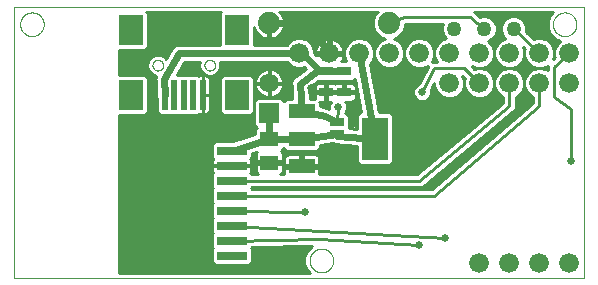
<source format=gbl>
G75*
%MOIN*%
%OFA0B0*%
%FSLAX25Y25*%
%IPPOS*%
%LPD*%
%AMOC8*
5,1,8,0,0,1.08239X$1,22.5*
%
%ADD10C,0.00000*%
%ADD11C,0.06600*%
%ADD12C,0.05000*%
%ADD13C,0.07400*%
%ADD14R,0.01969X0.09843*%
%ADD15R,0.07874X0.09843*%
%ADD16R,0.10000X0.03000*%
%ADD17R,0.08800X0.04800*%
%ADD18R,0.08661X0.14173*%
%ADD19R,0.05000X0.02500*%
%ADD20R,0.06500X0.06500*%
%ADD21C,0.06500*%
%ADD22R,0.05906X0.05118*%
%ADD23R,0.04724X0.03150*%
%ADD24C,0.02400*%
%ADD25C,0.01000*%
%ADD26C,0.02500*%
D10*
X0001250Y0006360D02*
X0001250Y0096911D01*
X0191250Y0096911D01*
X0191250Y0006360D01*
X0001250Y0006360D01*
X0099675Y0012266D02*
X0099677Y0012391D01*
X0099683Y0012516D01*
X0099693Y0012640D01*
X0099707Y0012764D01*
X0099724Y0012888D01*
X0099746Y0013011D01*
X0099772Y0013133D01*
X0099801Y0013255D01*
X0099834Y0013375D01*
X0099872Y0013494D01*
X0099912Y0013613D01*
X0099957Y0013729D01*
X0100005Y0013844D01*
X0100057Y0013958D01*
X0100113Y0014070D01*
X0100172Y0014180D01*
X0100234Y0014288D01*
X0100300Y0014395D01*
X0100369Y0014499D01*
X0100442Y0014600D01*
X0100517Y0014700D01*
X0100596Y0014797D01*
X0100678Y0014891D01*
X0100763Y0014983D01*
X0100850Y0015072D01*
X0100941Y0015158D01*
X0101034Y0015241D01*
X0101130Y0015322D01*
X0101228Y0015399D01*
X0101328Y0015473D01*
X0101431Y0015544D01*
X0101536Y0015611D01*
X0101644Y0015676D01*
X0101753Y0015736D01*
X0101864Y0015794D01*
X0101977Y0015847D01*
X0102091Y0015897D01*
X0102207Y0015944D01*
X0102324Y0015986D01*
X0102443Y0016025D01*
X0102563Y0016061D01*
X0102684Y0016092D01*
X0102806Y0016120D01*
X0102928Y0016143D01*
X0103052Y0016163D01*
X0103176Y0016179D01*
X0103300Y0016191D01*
X0103425Y0016199D01*
X0103550Y0016203D01*
X0103674Y0016203D01*
X0103799Y0016199D01*
X0103924Y0016191D01*
X0104048Y0016179D01*
X0104172Y0016163D01*
X0104296Y0016143D01*
X0104418Y0016120D01*
X0104540Y0016092D01*
X0104661Y0016061D01*
X0104781Y0016025D01*
X0104900Y0015986D01*
X0105017Y0015944D01*
X0105133Y0015897D01*
X0105247Y0015847D01*
X0105360Y0015794D01*
X0105471Y0015736D01*
X0105581Y0015676D01*
X0105688Y0015611D01*
X0105793Y0015544D01*
X0105896Y0015473D01*
X0105996Y0015399D01*
X0106094Y0015322D01*
X0106190Y0015241D01*
X0106283Y0015158D01*
X0106374Y0015072D01*
X0106461Y0014983D01*
X0106546Y0014891D01*
X0106628Y0014797D01*
X0106707Y0014700D01*
X0106782Y0014600D01*
X0106855Y0014499D01*
X0106924Y0014395D01*
X0106990Y0014288D01*
X0107052Y0014180D01*
X0107111Y0014070D01*
X0107167Y0013958D01*
X0107219Y0013844D01*
X0107267Y0013729D01*
X0107312Y0013613D01*
X0107352Y0013494D01*
X0107390Y0013375D01*
X0107423Y0013255D01*
X0107452Y0013133D01*
X0107478Y0013011D01*
X0107500Y0012888D01*
X0107517Y0012764D01*
X0107531Y0012640D01*
X0107541Y0012516D01*
X0107547Y0012391D01*
X0107549Y0012266D01*
X0107547Y0012141D01*
X0107541Y0012016D01*
X0107531Y0011892D01*
X0107517Y0011768D01*
X0107500Y0011644D01*
X0107478Y0011521D01*
X0107452Y0011399D01*
X0107423Y0011277D01*
X0107390Y0011157D01*
X0107352Y0011038D01*
X0107312Y0010919D01*
X0107267Y0010803D01*
X0107219Y0010688D01*
X0107167Y0010574D01*
X0107111Y0010462D01*
X0107052Y0010352D01*
X0106990Y0010244D01*
X0106924Y0010137D01*
X0106855Y0010033D01*
X0106782Y0009932D01*
X0106707Y0009832D01*
X0106628Y0009735D01*
X0106546Y0009641D01*
X0106461Y0009549D01*
X0106374Y0009460D01*
X0106283Y0009374D01*
X0106190Y0009291D01*
X0106094Y0009210D01*
X0105996Y0009133D01*
X0105896Y0009059D01*
X0105793Y0008988D01*
X0105688Y0008921D01*
X0105580Y0008856D01*
X0105471Y0008796D01*
X0105360Y0008738D01*
X0105247Y0008685D01*
X0105133Y0008635D01*
X0105017Y0008588D01*
X0104900Y0008546D01*
X0104781Y0008507D01*
X0104661Y0008471D01*
X0104540Y0008440D01*
X0104418Y0008412D01*
X0104296Y0008389D01*
X0104172Y0008369D01*
X0104048Y0008353D01*
X0103924Y0008341D01*
X0103799Y0008333D01*
X0103674Y0008329D01*
X0103550Y0008329D01*
X0103425Y0008333D01*
X0103300Y0008341D01*
X0103176Y0008353D01*
X0103052Y0008369D01*
X0102928Y0008389D01*
X0102806Y0008412D01*
X0102684Y0008440D01*
X0102563Y0008471D01*
X0102443Y0008507D01*
X0102324Y0008546D01*
X0102207Y0008588D01*
X0102091Y0008635D01*
X0101977Y0008685D01*
X0101864Y0008738D01*
X0101753Y0008796D01*
X0101643Y0008856D01*
X0101536Y0008921D01*
X0101431Y0008988D01*
X0101328Y0009059D01*
X0101228Y0009133D01*
X0101130Y0009210D01*
X0101034Y0009291D01*
X0100941Y0009374D01*
X0100850Y0009460D01*
X0100763Y0009549D01*
X0100678Y0009641D01*
X0100596Y0009735D01*
X0100517Y0009832D01*
X0100442Y0009932D01*
X0100369Y0010033D01*
X0100300Y0010137D01*
X0100234Y0010244D01*
X0100172Y0010352D01*
X0100113Y0010462D01*
X0100057Y0010574D01*
X0100005Y0010688D01*
X0099957Y0010803D01*
X0099912Y0010919D01*
X0099872Y0011038D01*
X0099834Y0011157D01*
X0099801Y0011277D01*
X0099772Y0011399D01*
X0099746Y0011521D01*
X0099724Y0011644D01*
X0099707Y0011768D01*
X0099693Y0011892D01*
X0099683Y0012016D01*
X0099677Y0012141D01*
X0099675Y0012266D01*
X0064639Y0077360D02*
X0064641Y0077444D01*
X0064647Y0077527D01*
X0064657Y0077610D01*
X0064671Y0077693D01*
X0064688Y0077775D01*
X0064710Y0077856D01*
X0064735Y0077935D01*
X0064764Y0078014D01*
X0064797Y0078091D01*
X0064833Y0078166D01*
X0064873Y0078240D01*
X0064916Y0078312D01*
X0064963Y0078381D01*
X0065013Y0078448D01*
X0065066Y0078513D01*
X0065122Y0078575D01*
X0065180Y0078635D01*
X0065242Y0078692D01*
X0065306Y0078745D01*
X0065373Y0078796D01*
X0065442Y0078843D01*
X0065513Y0078888D01*
X0065586Y0078928D01*
X0065661Y0078965D01*
X0065738Y0078999D01*
X0065816Y0079029D01*
X0065895Y0079055D01*
X0065976Y0079078D01*
X0066058Y0079096D01*
X0066140Y0079111D01*
X0066223Y0079122D01*
X0066306Y0079129D01*
X0066390Y0079132D01*
X0066474Y0079131D01*
X0066557Y0079126D01*
X0066641Y0079117D01*
X0066723Y0079104D01*
X0066805Y0079088D01*
X0066886Y0079067D01*
X0066967Y0079043D01*
X0067045Y0079015D01*
X0067123Y0078983D01*
X0067199Y0078947D01*
X0067273Y0078908D01*
X0067345Y0078866D01*
X0067415Y0078820D01*
X0067483Y0078771D01*
X0067548Y0078719D01*
X0067611Y0078664D01*
X0067671Y0078606D01*
X0067729Y0078545D01*
X0067783Y0078481D01*
X0067835Y0078415D01*
X0067883Y0078347D01*
X0067928Y0078276D01*
X0067969Y0078203D01*
X0068008Y0078129D01*
X0068042Y0078053D01*
X0068073Y0077975D01*
X0068100Y0077896D01*
X0068124Y0077815D01*
X0068143Y0077734D01*
X0068159Y0077652D01*
X0068171Y0077569D01*
X0068179Y0077485D01*
X0068183Y0077402D01*
X0068183Y0077318D01*
X0068179Y0077235D01*
X0068171Y0077151D01*
X0068159Y0077068D01*
X0068143Y0076986D01*
X0068124Y0076905D01*
X0068100Y0076824D01*
X0068073Y0076745D01*
X0068042Y0076667D01*
X0068008Y0076591D01*
X0067969Y0076517D01*
X0067928Y0076444D01*
X0067883Y0076373D01*
X0067835Y0076305D01*
X0067783Y0076239D01*
X0067729Y0076175D01*
X0067671Y0076114D01*
X0067611Y0076056D01*
X0067548Y0076001D01*
X0067483Y0075949D01*
X0067415Y0075900D01*
X0067345Y0075854D01*
X0067273Y0075812D01*
X0067199Y0075773D01*
X0067123Y0075737D01*
X0067045Y0075705D01*
X0066967Y0075677D01*
X0066886Y0075653D01*
X0066805Y0075632D01*
X0066723Y0075616D01*
X0066641Y0075603D01*
X0066557Y0075594D01*
X0066474Y0075589D01*
X0066390Y0075588D01*
X0066306Y0075591D01*
X0066223Y0075598D01*
X0066140Y0075609D01*
X0066058Y0075624D01*
X0065976Y0075642D01*
X0065895Y0075665D01*
X0065816Y0075691D01*
X0065738Y0075721D01*
X0065661Y0075755D01*
X0065586Y0075792D01*
X0065513Y0075832D01*
X0065442Y0075877D01*
X0065373Y0075924D01*
X0065306Y0075975D01*
X0065242Y0076028D01*
X0065180Y0076085D01*
X0065122Y0076145D01*
X0065066Y0076207D01*
X0065013Y0076272D01*
X0064963Y0076339D01*
X0064916Y0076408D01*
X0064873Y0076480D01*
X0064833Y0076554D01*
X0064797Y0076629D01*
X0064764Y0076706D01*
X0064735Y0076785D01*
X0064710Y0076864D01*
X0064688Y0076945D01*
X0064671Y0077027D01*
X0064657Y0077110D01*
X0064647Y0077193D01*
X0064641Y0077276D01*
X0064639Y0077360D01*
X0047317Y0077360D02*
X0047319Y0077444D01*
X0047325Y0077527D01*
X0047335Y0077610D01*
X0047349Y0077693D01*
X0047366Y0077775D01*
X0047388Y0077856D01*
X0047413Y0077935D01*
X0047442Y0078014D01*
X0047475Y0078091D01*
X0047511Y0078166D01*
X0047551Y0078240D01*
X0047594Y0078312D01*
X0047641Y0078381D01*
X0047691Y0078448D01*
X0047744Y0078513D01*
X0047800Y0078575D01*
X0047858Y0078635D01*
X0047920Y0078692D01*
X0047984Y0078745D01*
X0048051Y0078796D01*
X0048120Y0078843D01*
X0048191Y0078888D01*
X0048264Y0078928D01*
X0048339Y0078965D01*
X0048416Y0078999D01*
X0048494Y0079029D01*
X0048573Y0079055D01*
X0048654Y0079078D01*
X0048736Y0079096D01*
X0048818Y0079111D01*
X0048901Y0079122D01*
X0048984Y0079129D01*
X0049068Y0079132D01*
X0049152Y0079131D01*
X0049235Y0079126D01*
X0049319Y0079117D01*
X0049401Y0079104D01*
X0049483Y0079088D01*
X0049564Y0079067D01*
X0049645Y0079043D01*
X0049723Y0079015D01*
X0049801Y0078983D01*
X0049877Y0078947D01*
X0049951Y0078908D01*
X0050023Y0078866D01*
X0050093Y0078820D01*
X0050161Y0078771D01*
X0050226Y0078719D01*
X0050289Y0078664D01*
X0050349Y0078606D01*
X0050407Y0078545D01*
X0050461Y0078481D01*
X0050513Y0078415D01*
X0050561Y0078347D01*
X0050606Y0078276D01*
X0050647Y0078203D01*
X0050686Y0078129D01*
X0050720Y0078053D01*
X0050751Y0077975D01*
X0050778Y0077896D01*
X0050802Y0077815D01*
X0050821Y0077734D01*
X0050837Y0077652D01*
X0050849Y0077569D01*
X0050857Y0077485D01*
X0050861Y0077402D01*
X0050861Y0077318D01*
X0050857Y0077235D01*
X0050849Y0077151D01*
X0050837Y0077068D01*
X0050821Y0076986D01*
X0050802Y0076905D01*
X0050778Y0076824D01*
X0050751Y0076745D01*
X0050720Y0076667D01*
X0050686Y0076591D01*
X0050647Y0076517D01*
X0050606Y0076444D01*
X0050561Y0076373D01*
X0050513Y0076305D01*
X0050461Y0076239D01*
X0050407Y0076175D01*
X0050349Y0076114D01*
X0050289Y0076056D01*
X0050226Y0076001D01*
X0050161Y0075949D01*
X0050093Y0075900D01*
X0050023Y0075854D01*
X0049951Y0075812D01*
X0049877Y0075773D01*
X0049801Y0075737D01*
X0049723Y0075705D01*
X0049645Y0075677D01*
X0049564Y0075653D01*
X0049483Y0075632D01*
X0049401Y0075616D01*
X0049319Y0075603D01*
X0049235Y0075594D01*
X0049152Y0075589D01*
X0049068Y0075588D01*
X0048984Y0075591D01*
X0048901Y0075598D01*
X0048818Y0075609D01*
X0048736Y0075624D01*
X0048654Y0075642D01*
X0048573Y0075665D01*
X0048494Y0075691D01*
X0048416Y0075721D01*
X0048339Y0075755D01*
X0048264Y0075792D01*
X0048191Y0075832D01*
X0048120Y0075877D01*
X0048051Y0075924D01*
X0047984Y0075975D01*
X0047920Y0076028D01*
X0047858Y0076085D01*
X0047800Y0076145D01*
X0047744Y0076207D01*
X0047691Y0076272D01*
X0047641Y0076339D01*
X0047594Y0076408D01*
X0047551Y0076480D01*
X0047511Y0076554D01*
X0047475Y0076629D01*
X0047442Y0076706D01*
X0047413Y0076785D01*
X0047388Y0076864D01*
X0047366Y0076945D01*
X0047349Y0077027D01*
X0047335Y0077110D01*
X0047325Y0077193D01*
X0047319Y0077276D01*
X0047317Y0077360D01*
X0003219Y0091006D02*
X0003221Y0091131D01*
X0003227Y0091256D01*
X0003237Y0091380D01*
X0003251Y0091504D01*
X0003268Y0091628D01*
X0003290Y0091751D01*
X0003316Y0091873D01*
X0003345Y0091995D01*
X0003378Y0092115D01*
X0003416Y0092234D01*
X0003456Y0092353D01*
X0003501Y0092469D01*
X0003549Y0092584D01*
X0003601Y0092698D01*
X0003657Y0092810D01*
X0003716Y0092920D01*
X0003778Y0093028D01*
X0003844Y0093135D01*
X0003913Y0093239D01*
X0003986Y0093340D01*
X0004061Y0093440D01*
X0004140Y0093537D01*
X0004222Y0093631D01*
X0004307Y0093723D01*
X0004394Y0093812D01*
X0004485Y0093898D01*
X0004578Y0093981D01*
X0004674Y0094062D01*
X0004772Y0094139D01*
X0004872Y0094213D01*
X0004975Y0094284D01*
X0005080Y0094351D01*
X0005188Y0094416D01*
X0005297Y0094476D01*
X0005408Y0094534D01*
X0005521Y0094587D01*
X0005635Y0094637D01*
X0005751Y0094684D01*
X0005868Y0094726D01*
X0005987Y0094765D01*
X0006107Y0094801D01*
X0006228Y0094832D01*
X0006350Y0094860D01*
X0006472Y0094883D01*
X0006596Y0094903D01*
X0006720Y0094919D01*
X0006844Y0094931D01*
X0006969Y0094939D01*
X0007094Y0094943D01*
X0007218Y0094943D01*
X0007343Y0094939D01*
X0007468Y0094931D01*
X0007592Y0094919D01*
X0007716Y0094903D01*
X0007840Y0094883D01*
X0007962Y0094860D01*
X0008084Y0094832D01*
X0008205Y0094801D01*
X0008325Y0094765D01*
X0008444Y0094726D01*
X0008561Y0094684D01*
X0008677Y0094637D01*
X0008791Y0094587D01*
X0008904Y0094534D01*
X0009015Y0094476D01*
X0009125Y0094416D01*
X0009232Y0094351D01*
X0009337Y0094284D01*
X0009440Y0094213D01*
X0009540Y0094139D01*
X0009638Y0094062D01*
X0009734Y0093981D01*
X0009827Y0093898D01*
X0009918Y0093812D01*
X0010005Y0093723D01*
X0010090Y0093631D01*
X0010172Y0093537D01*
X0010251Y0093440D01*
X0010326Y0093340D01*
X0010399Y0093239D01*
X0010468Y0093135D01*
X0010534Y0093028D01*
X0010596Y0092920D01*
X0010655Y0092810D01*
X0010711Y0092698D01*
X0010763Y0092584D01*
X0010811Y0092469D01*
X0010856Y0092353D01*
X0010896Y0092234D01*
X0010934Y0092115D01*
X0010967Y0091995D01*
X0010996Y0091873D01*
X0011022Y0091751D01*
X0011044Y0091628D01*
X0011061Y0091504D01*
X0011075Y0091380D01*
X0011085Y0091256D01*
X0011091Y0091131D01*
X0011093Y0091006D01*
X0011091Y0090881D01*
X0011085Y0090756D01*
X0011075Y0090632D01*
X0011061Y0090508D01*
X0011044Y0090384D01*
X0011022Y0090261D01*
X0010996Y0090139D01*
X0010967Y0090017D01*
X0010934Y0089897D01*
X0010896Y0089778D01*
X0010856Y0089659D01*
X0010811Y0089543D01*
X0010763Y0089428D01*
X0010711Y0089314D01*
X0010655Y0089202D01*
X0010596Y0089092D01*
X0010534Y0088984D01*
X0010468Y0088877D01*
X0010399Y0088773D01*
X0010326Y0088672D01*
X0010251Y0088572D01*
X0010172Y0088475D01*
X0010090Y0088381D01*
X0010005Y0088289D01*
X0009918Y0088200D01*
X0009827Y0088114D01*
X0009734Y0088031D01*
X0009638Y0087950D01*
X0009540Y0087873D01*
X0009440Y0087799D01*
X0009337Y0087728D01*
X0009232Y0087661D01*
X0009124Y0087596D01*
X0009015Y0087536D01*
X0008904Y0087478D01*
X0008791Y0087425D01*
X0008677Y0087375D01*
X0008561Y0087328D01*
X0008444Y0087286D01*
X0008325Y0087247D01*
X0008205Y0087211D01*
X0008084Y0087180D01*
X0007962Y0087152D01*
X0007840Y0087129D01*
X0007716Y0087109D01*
X0007592Y0087093D01*
X0007468Y0087081D01*
X0007343Y0087073D01*
X0007218Y0087069D01*
X0007094Y0087069D01*
X0006969Y0087073D01*
X0006844Y0087081D01*
X0006720Y0087093D01*
X0006596Y0087109D01*
X0006472Y0087129D01*
X0006350Y0087152D01*
X0006228Y0087180D01*
X0006107Y0087211D01*
X0005987Y0087247D01*
X0005868Y0087286D01*
X0005751Y0087328D01*
X0005635Y0087375D01*
X0005521Y0087425D01*
X0005408Y0087478D01*
X0005297Y0087536D01*
X0005187Y0087596D01*
X0005080Y0087661D01*
X0004975Y0087728D01*
X0004872Y0087799D01*
X0004772Y0087873D01*
X0004674Y0087950D01*
X0004578Y0088031D01*
X0004485Y0088114D01*
X0004394Y0088200D01*
X0004307Y0088289D01*
X0004222Y0088381D01*
X0004140Y0088475D01*
X0004061Y0088572D01*
X0003986Y0088672D01*
X0003913Y0088773D01*
X0003844Y0088877D01*
X0003778Y0088984D01*
X0003716Y0089092D01*
X0003657Y0089202D01*
X0003601Y0089314D01*
X0003549Y0089428D01*
X0003501Y0089543D01*
X0003456Y0089659D01*
X0003416Y0089778D01*
X0003378Y0089897D01*
X0003345Y0090017D01*
X0003316Y0090139D01*
X0003290Y0090261D01*
X0003268Y0090384D01*
X0003251Y0090508D01*
X0003237Y0090632D01*
X0003227Y0090756D01*
X0003221Y0090881D01*
X0003219Y0091006D01*
X0180778Y0091006D02*
X0180780Y0091131D01*
X0180786Y0091256D01*
X0180796Y0091380D01*
X0180810Y0091504D01*
X0180827Y0091628D01*
X0180849Y0091751D01*
X0180875Y0091873D01*
X0180904Y0091995D01*
X0180937Y0092115D01*
X0180975Y0092234D01*
X0181015Y0092353D01*
X0181060Y0092469D01*
X0181108Y0092584D01*
X0181160Y0092698D01*
X0181216Y0092810D01*
X0181275Y0092920D01*
X0181337Y0093028D01*
X0181403Y0093135D01*
X0181472Y0093239D01*
X0181545Y0093340D01*
X0181620Y0093440D01*
X0181699Y0093537D01*
X0181781Y0093631D01*
X0181866Y0093723D01*
X0181953Y0093812D01*
X0182044Y0093898D01*
X0182137Y0093981D01*
X0182233Y0094062D01*
X0182331Y0094139D01*
X0182431Y0094213D01*
X0182534Y0094284D01*
X0182639Y0094351D01*
X0182747Y0094416D01*
X0182856Y0094476D01*
X0182967Y0094534D01*
X0183080Y0094587D01*
X0183194Y0094637D01*
X0183310Y0094684D01*
X0183427Y0094726D01*
X0183546Y0094765D01*
X0183666Y0094801D01*
X0183787Y0094832D01*
X0183909Y0094860D01*
X0184031Y0094883D01*
X0184155Y0094903D01*
X0184279Y0094919D01*
X0184403Y0094931D01*
X0184528Y0094939D01*
X0184653Y0094943D01*
X0184777Y0094943D01*
X0184902Y0094939D01*
X0185027Y0094931D01*
X0185151Y0094919D01*
X0185275Y0094903D01*
X0185399Y0094883D01*
X0185521Y0094860D01*
X0185643Y0094832D01*
X0185764Y0094801D01*
X0185884Y0094765D01*
X0186003Y0094726D01*
X0186120Y0094684D01*
X0186236Y0094637D01*
X0186350Y0094587D01*
X0186463Y0094534D01*
X0186574Y0094476D01*
X0186684Y0094416D01*
X0186791Y0094351D01*
X0186896Y0094284D01*
X0186999Y0094213D01*
X0187099Y0094139D01*
X0187197Y0094062D01*
X0187293Y0093981D01*
X0187386Y0093898D01*
X0187477Y0093812D01*
X0187564Y0093723D01*
X0187649Y0093631D01*
X0187731Y0093537D01*
X0187810Y0093440D01*
X0187885Y0093340D01*
X0187958Y0093239D01*
X0188027Y0093135D01*
X0188093Y0093028D01*
X0188155Y0092920D01*
X0188214Y0092810D01*
X0188270Y0092698D01*
X0188322Y0092584D01*
X0188370Y0092469D01*
X0188415Y0092353D01*
X0188455Y0092234D01*
X0188493Y0092115D01*
X0188526Y0091995D01*
X0188555Y0091873D01*
X0188581Y0091751D01*
X0188603Y0091628D01*
X0188620Y0091504D01*
X0188634Y0091380D01*
X0188644Y0091256D01*
X0188650Y0091131D01*
X0188652Y0091006D01*
X0188650Y0090881D01*
X0188644Y0090756D01*
X0188634Y0090632D01*
X0188620Y0090508D01*
X0188603Y0090384D01*
X0188581Y0090261D01*
X0188555Y0090139D01*
X0188526Y0090017D01*
X0188493Y0089897D01*
X0188455Y0089778D01*
X0188415Y0089659D01*
X0188370Y0089543D01*
X0188322Y0089428D01*
X0188270Y0089314D01*
X0188214Y0089202D01*
X0188155Y0089092D01*
X0188093Y0088984D01*
X0188027Y0088877D01*
X0187958Y0088773D01*
X0187885Y0088672D01*
X0187810Y0088572D01*
X0187731Y0088475D01*
X0187649Y0088381D01*
X0187564Y0088289D01*
X0187477Y0088200D01*
X0187386Y0088114D01*
X0187293Y0088031D01*
X0187197Y0087950D01*
X0187099Y0087873D01*
X0186999Y0087799D01*
X0186896Y0087728D01*
X0186791Y0087661D01*
X0186683Y0087596D01*
X0186574Y0087536D01*
X0186463Y0087478D01*
X0186350Y0087425D01*
X0186236Y0087375D01*
X0186120Y0087328D01*
X0186003Y0087286D01*
X0185884Y0087247D01*
X0185764Y0087211D01*
X0185643Y0087180D01*
X0185521Y0087152D01*
X0185399Y0087129D01*
X0185275Y0087109D01*
X0185151Y0087093D01*
X0185027Y0087081D01*
X0184902Y0087073D01*
X0184777Y0087069D01*
X0184653Y0087069D01*
X0184528Y0087073D01*
X0184403Y0087081D01*
X0184279Y0087093D01*
X0184155Y0087109D01*
X0184031Y0087129D01*
X0183909Y0087152D01*
X0183787Y0087180D01*
X0183666Y0087211D01*
X0183546Y0087247D01*
X0183427Y0087286D01*
X0183310Y0087328D01*
X0183194Y0087375D01*
X0183080Y0087425D01*
X0182967Y0087478D01*
X0182856Y0087536D01*
X0182746Y0087596D01*
X0182639Y0087661D01*
X0182534Y0087728D01*
X0182431Y0087799D01*
X0182331Y0087873D01*
X0182233Y0087950D01*
X0182137Y0088031D01*
X0182044Y0088114D01*
X0181953Y0088200D01*
X0181866Y0088289D01*
X0181781Y0088381D01*
X0181699Y0088475D01*
X0181620Y0088572D01*
X0181545Y0088672D01*
X0181472Y0088773D01*
X0181403Y0088877D01*
X0181337Y0088984D01*
X0181275Y0089092D01*
X0181216Y0089202D01*
X0181160Y0089314D01*
X0181108Y0089428D01*
X0181060Y0089543D01*
X0181015Y0089659D01*
X0180975Y0089778D01*
X0180937Y0089897D01*
X0180904Y0090017D01*
X0180875Y0090139D01*
X0180849Y0090261D01*
X0180827Y0090384D01*
X0180810Y0090508D01*
X0180796Y0090632D01*
X0180786Y0090756D01*
X0180780Y0090881D01*
X0180778Y0091006D01*
D11*
X0176250Y0081360D03*
X0166250Y0081360D03*
X0156250Y0081360D03*
X0146250Y0081360D03*
X0136250Y0081360D03*
X0126250Y0081360D03*
X0116250Y0081360D03*
X0106250Y0081360D03*
X0096250Y0081360D03*
X0146250Y0071360D03*
X0156250Y0071360D03*
X0166250Y0071360D03*
X0176250Y0071360D03*
X0186250Y0071360D03*
X0186250Y0081360D03*
X0186250Y0011360D03*
X0176250Y0011360D03*
X0166250Y0011360D03*
X0156250Y0011360D03*
D12*
X0157825Y0089506D03*
X0167667Y0089506D03*
X0147982Y0089506D03*
D13*
X0126132Y0091360D03*
X0086132Y0091360D03*
D14*
X0064049Y0067517D03*
X0060900Y0067517D03*
X0057750Y0067517D03*
X0054600Y0067517D03*
X0051451Y0067517D03*
D15*
X0040033Y0067517D03*
X0075467Y0067517D03*
X0075467Y0089171D03*
X0040033Y0089171D03*
D16*
X0073750Y0048860D03*
X0073750Y0043860D03*
X0073750Y0038860D03*
X0073750Y0033860D03*
X0073750Y0028860D03*
X0073750Y0023860D03*
X0073750Y0018860D03*
X0073750Y0013860D03*
D17*
X0097050Y0043760D03*
X0097050Y0052860D03*
X0097050Y0061960D03*
D18*
X0121451Y0052860D03*
D19*
X0108750Y0054388D03*
X0108750Y0058332D03*
D20*
X0086250Y0061360D03*
D21*
X0086250Y0071360D03*
D22*
X0086250Y0052797D03*
X0086250Y0044923D03*
D23*
X0105250Y0068317D03*
X0111250Y0068317D03*
X0111250Y0075403D03*
X0105250Y0075403D03*
D24*
X0103250Y0075403D01*
X0097293Y0081360D01*
X0096250Y0081360D01*
X0056250Y0081360D01*
X0051250Y0072860D01*
X0051451Y0067517D01*
X0073750Y0048860D02*
X0086250Y0052797D01*
X0097050Y0052860D01*
X0108750Y0054388D01*
X0108750Y0053860D02*
X0121451Y0052860D01*
X0116093Y0081517D01*
X0116250Y0081360D01*
X0106250Y0081360D02*
X0098750Y0091360D01*
X0086132Y0091360D01*
X0096550Y0071247D02*
X0102207Y0075403D01*
X0103250Y0075403D01*
X0105250Y0075403D02*
X0111250Y0075403D01*
X0096550Y0071247D02*
X0097050Y0061960D01*
X0104750Y0060360D01*
X0108750Y0058332D01*
X0086250Y0061360D02*
X0086250Y0052797D01*
D25*
X0081597Y0054372D02*
X0074257Y0052060D01*
X0068046Y0052060D01*
X0067050Y0051064D01*
X0067050Y0046656D01*
X0067504Y0046202D01*
X0067352Y0045939D01*
X0067250Y0045557D01*
X0067250Y0044110D01*
X0073500Y0044110D01*
X0073500Y0043610D01*
X0067250Y0043610D01*
X0067250Y0042163D01*
X0067352Y0041781D01*
X0067504Y0041518D01*
X0067050Y0041064D01*
X0067050Y0036656D01*
X0067346Y0036360D01*
X0067050Y0036064D01*
X0067050Y0031656D01*
X0067346Y0031360D01*
X0067050Y0031064D01*
X0067050Y0026656D01*
X0067346Y0026360D01*
X0067050Y0026064D01*
X0067050Y0021656D01*
X0067346Y0021360D01*
X0067050Y0021064D01*
X0067050Y0016656D01*
X0067346Y0016360D01*
X0067050Y0016064D01*
X0067050Y0011656D01*
X0068046Y0010660D01*
X0079454Y0010660D01*
X0080450Y0011656D01*
X0080450Y0016064D01*
X0080154Y0016360D01*
X0080450Y0016656D01*
X0080450Y0016775D01*
X0100608Y0017123D01*
X0100419Y0017044D01*
X0098833Y0015459D01*
X0097975Y0013387D01*
X0097975Y0011144D01*
X0098833Y0009072D01*
X0099846Y0008060D01*
X0036250Y0008060D01*
X0036250Y0060896D01*
X0044675Y0060896D01*
X0045670Y0061892D01*
X0045670Y0073143D01*
X0044675Y0074139D01*
X0036250Y0074139D01*
X0036250Y0082550D01*
X0044675Y0082550D01*
X0045670Y0083546D01*
X0045670Y0094796D01*
X0045256Y0095211D01*
X0070244Y0095211D01*
X0069830Y0094796D01*
X0069830Y0084260D01*
X0056452Y0084260D01*
X0056081Y0084312D01*
X0055880Y0084260D01*
X0055673Y0084260D01*
X0055327Y0084116D01*
X0054964Y0084022D01*
X0054799Y0083898D01*
X0054607Y0083818D01*
X0054342Y0083553D01*
X0054043Y0083328D01*
X0053938Y0083149D01*
X0053791Y0083003D01*
X0053648Y0082656D01*
X0051816Y0079542D01*
X0051055Y0080303D01*
X0049779Y0080832D01*
X0048398Y0080832D01*
X0047122Y0080303D01*
X0046145Y0079327D01*
X0045617Y0078051D01*
X0045617Y0076669D01*
X0046145Y0075393D01*
X0047122Y0074417D01*
X0048398Y0073888D01*
X0048490Y0073888D01*
X0048458Y0073833D01*
X0048422Y0073573D01*
X0048330Y0073328D01*
X0048342Y0073008D01*
X0048298Y0072691D01*
X0048364Y0072437D01*
X0048574Y0066832D01*
X0048767Y0066414D01*
X0048767Y0061892D01*
X0049762Y0060896D01*
X0062588Y0060896D01*
X0062805Y0061113D01*
X0062867Y0061096D01*
X0064049Y0061096D01*
X0064049Y0067517D01*
X0064049Y0067517D01*
X0064049Y0061096D01*
X0065231Y0061096D01*
X0065612Y0061198D01*
X0065954Y0061396D01*
X0066234Y0061675D01*
X0066431Y0062017D01*
X0066533Y0062399D01*
X0066533Y0067517D01*
X0064049Y0067517D01*
X0064049Y0067518D01*
X0064049Y0073939D01*
X0062867Y0073939D01*
X0062805Y0073922D01*
X0062588Y0074139D01*
X0055367Y0074139D01*
X0057909Y0078460D01*
X0063109Y0078460D01*
X0062940Y0078051D01*
X0062940Y0076669D01*
X0063468Y0075393D01*
X0064445Y0074417D01*
X0065721Y0073888D01*
X0067102Y0073888D01*
X0068378Y0074417D01*
X0069355Y0075393D01*
X0069883Y0076669D01*
X0069883Y0078051D01*
X0069713Y0078460D01*
X0092079Y0078460D01*
X0093418Y0077121D01*
X0095255Y0076360D01*
X0097245Y0076360D01*
X0097915Y0076638D01*
X0098370Y0076182D01*
X0095052Y0073745D01*
X0094777Y0073613D01*
X0094592Y0073406D01*
X0094368Y0073242D01*
X0094210Y0072981D01*
X0094007Y0072755D01*
X0093914Y0072493D01*
X0093770Y0072255D01*
X0093724Y0071954D01*
X0093623Y0071667D01*
X0093638Y0071389D01*
X0093596Y0071115D01*
X0093669Y0070819D01*
X0093925Y0066060D01*
X0091946Y0066060D01*
X0091200Y0065314D01*
X0091200Y0065314D01*
X0090204Y0066310D01*
X0082296Y0066310D01*
X0081300Y0065314D01*
X0081300Y0057406D01*
X0082121Y0056584D01*
X0081597Y0056060D01*
X0081597Y0054372D01*
X0081332Y0054289D02*
X0036250Y0054289D01*
X0036250Y0055287D02*
X0081597Y0055287D01*
X0081823Y0056286D02*
X0036250Y0056286D01*
X0036250Y0057284D02*
X0081422Y0057284D01*
X0081300Y0058283D02*
X0036250Y0058283D01*
X0036250Y0059281D02*
X0081300Y0059281D01*
X0081300Y0060280D02*
X0036250Y0060280D01*
X0045057Y0061278D02*
X0049380Y0061278D01*
X0048767Y0062277D02*
X0045670Y0062277D01*
X0045670Y0063275D02*
X0048767Y0063275D01*
X0048767Y0064274D02*
X0045670Y0064274D01*
X0045670Y0065272D02*
X0048767Y0065272D01*
X0048767Y0066271D02*
X0045670Y0066271D01*
X0045670Y0067269D02*
X0048558Y0067269D01*
X0048521Y0068268D02*
X0045670Y0068268D01*
X0045670Y0069266D02*
X0048483Y0069266D01*
X0048445Y0070265D02*
X0045670Y0070265D01*
X0045670Y0071263D02*
X0048408Y0071263D01*
X0048370Y0072262D02*
X0045670Y0072262D01*
X0045553Y0073260D02*
X0048333Y0073260D01*
X0047504Y0074259D02*
X0036250Y0074259D01*
X0036250Y0075257D02*
X0046282Y0075257D01*
X0045788Y0076256D02*
X0036250Y0076256D01*
X0036250Y0077254D02*
X0045617Y0077254D01*
X0045701Y0078253D02*
X0036250Y0078253D01*
X0036250Y0079251D02*
X0046114Y0079251D01*
X0047069Y0080250D02*
X0036250Y0080250D01*
X0036250Y0081248D02*
X0052820Y0081248D01*
X0052232Y0080250D02*
X0051108Y0080250D01*
X0053407Y0082247D02*
X0036250Y0082247D01*
X0045370Y0083245D02*
X0053995Y0083245D01*
X0055634Y0084244D02*
X0045670Y0084244D01*
X0045670Y0085242D02*
X0069830Y0085242D01*
X0069830Y0086241D02*
X0045670Y0086241D01*
X0045670Y0087239D02*
X0069830Y0087239D01*
X0069830Y0088238D02*
X0045670Y0088238D01*
X0045670Y0089236D02*
X0069830Y0089236D01*
X0069830Y0090235D02*
X0045670Y0090235D01*
X0045670Y0091233D02*
X0069830Y0091233D01*
X0069830Y0092232D02*
X0045670Y0092232D01*
X0045670Y0093230D02*
X0069830Y0093230D01*
X0069830Y0094229D02*
X0045670Y0094229D01*
X0057787Y0078253D02*
X0063024Y0078253D01*
X0062940Y0077254D02*
X0057199Y0077254D01*
X0056612Y0076256D02*
X0063111Y0076256D01*
X0063604Y0075257D02*
X0056025Y0075257D01*
X0055437Y0074259D02*
X0064827Y0074259D01*
X0065231Y0073939D02*
X0064049Y0073939D01*
X0064049Y0067518D01*
X0064049Y0067518D01*
X0066533Y0067518D01*
X0066533Y0072636D01*
X0066431Y0073018D01*
X0066234Y0073360D01*
X0065954Y0073639D01*
X0065612Y0073836D01*
X0065231Y0073939D01*
X0066291Y0073260D02*
X0069947Y0073260D01*
X0069830Y0073143D02*
X0070825Y0074139D01*
X0080108Y0074139D01*
X0081104Y0073143D01*
X0081104Y0061892D01*
X0080108Y0060896D01*
X0070825Y0060896D01*
X0069830Y0061892D01*
X0069830Y0073143D01*
X0069830Y0072262D02*
X0066533Y0072262D01*
X0066533Y0071263D02*
X0069830Y0071263D01*
X0069830Y0070265D02*
X0066533Y0070265D01*
X0066533Y0069266D02*
X0069830Y0069266D01*
X0069830Y0068268D02*
X0066533Y0068268D01*
X0066533Y0067269D02*
X0069830Y0067269D01*
X0069830Y0066271D02*
X0066533Y0066271D01*
X0066533Y0065272D02*
X0069830Y0065272D01*
X0069830Y0064274D02*
X0066533Y0064274D01*
X0066533Y0063275D02*
X0069830Y0063275D01*
X0069830Y0062277D02*
X0066501Y0062277D01*
X0065750Y0061278D02*
X0070443Y0061278D01*
X0064049Y0061278D02*
X0064049Y0061278D01*
X0064049Y0062277D02*
X0064049Y0062277D01*
X0064049Y0063275D02*
X0064049Y0063275D01*
X0064049Y0064274D02*
X0064049Y0064274D01*
X0064049Y0065272D02*
X0064049Y0065272D01*
X0064049Y0066271D02*
X0064049Y0066271D01*
X0064049Y0067269D02*
X0064049Y0067269D01*
X0064049Y0068268D02*
X0064049Y0068268D01*
X0064049Y0069266D02*
X0064049Y0069266D01*
X0064049Y0070265D02*
X0064049Y0070265D01*
X0064049Y0071263D02*
X0064049Y0071263D01*
X0064049Y0072262D02*
X0064049Y0072262D01*
X0064049Y0073260D02*
X0064049Y0073260D01*
X0067996Y0074259D02*
X0082485Y0074259D01*
X0082627Y0074454D02*
X0082187Y0073850D01*
X0081848Y0073183D01*
X0081617Y0072472D01*
X0081500Y0071734D01*
X0081500Y0071549D01*
X0086061Y0071549D01*
X0086061Y0076110D01*
X0085876Y0076110D01*
X0085138Y0075993D01*
X0084427Y0075762D01*
X0083760Y0075423D01*
X0083156Y0074983D01*
X0082627Y0074454D01*
X0083533Y0075257D02*
X0069218Y0075257D01*
X0069712Y0076256D02*
X0098296Y0076256D01*
X0097111Y0075257D02*
X0088967Y0075257D01*
X0088740Y0075423D02*
X0088073Y0075762D01*
X0087362Y0075993D01*
X0086624Y0076110D01*
X0086439Y0076110D01*
X0086439Y0071549D01*
X0086061Y0071549D01*
X0086061Y0071171D01*
X0081500Y0071171D01*
X0081500Y0070986D01*
X0081617Y0070248D01*
X0081848Y0069537D01*
X0082187Y0068870D01*
X0082627Y0068266D01*
X0083156Y0067737D01*
X0083760Y0067297D01*
X0084427Y0066958D01*
X0085138Y0066727D01*
X0085876Y0066610D01*
X0086061Y0066610D01*
X0086061Y0071171D01*
X0086439Y0071171D01*
X0086439Y0071549D01*
X0091000Y0071549D01*
X0091000Y0071734D01*
X0090883Y0072472D01*
X0090652Y0073183D01*
X0090313Y0073850D01*
X0089873Y0074454D01*
X0089344Y0074983D01*
X0088740Y0075423D01*
X0090015Y0074259D02*
X0095752Y0074259D01*
X0094393Y0073260D02*
X0090613Y0073260D01*
X0090916Y0072262D02*
X0093775Y0072262D01*
X0093619Y0071263D02*
X0086439Y0071263D01*
X0086439Y0071171D02*
X0091000Y0071171D01*
X0091000Y0070986D01*
X0090883Y0070248D01*
X0090652Y0069537D01*
X0090313Y0068870D01*
X0089873Y0068266D01*
X0089344Y0067737D01*
X0088740Y0067297D01*
X0088073Y0066958D01*
X0087362Y0066727D01*
X0086624Y0066610D01*
X0086439Y0066610D01*
X0086439Y0071171D01*
X0086061Y0071263D02*
X0081104Y0071263D01*
X0081104Y0070265D02*
X0081614Y0070265D01*
X0081986Y0069266D02*
X0081104Y0069266D01*
X0081104Y0068268D02*
X0082625Y0068268D01*
X0083816Y0067269D02*
X0081104Y0067269D01*
X0081104Y0066271D02*
X0082257Y0066271D01*
X0081300Y0065272D02*
X0081104Y0065272D01*
X0081104Y0064274D02*
X0081300Y0064274D01*
X0081300Y0063275D02*
X0081104Y0063275D01*
X0081104Y0062277D02*
X0081300Y0062277D01*
X0081300Y0061278D02*
X0080490Y0061278D01*
X0086061Y0067269D02*
X0086439Y0067269D01*
X0086439Y0068268D02*
X0086061Y0068268D01*
X0086061Y0069266D02*
X0086439Y0069266D01*
X0086439Y0070265D02*
X0086061Y0070265D01*
X0086061Y0072262D02*
X0086439Y0072262D01*
X0086439Y0073260D02*
X0086061Y0073260D01*
X0086061Y0074259D02*
X0086439Y0074259D01*
X0086439Y0075257D02*
X0086061Y0075257D01*
X0081887Y0073260D02*
X0080986Y0073260D01*
X0081104Y0072262D02*
X0081584Y0072262D01*
X0088684Y0067269D02*
X0093860Y0067269D01*
X0093914Y0066271D02*
X0090243Y0066271D01*
X0089875Y0068268D02*
X0093806Y0068268D01*
X0093752Y0069266D02*
X0090514Y0069266D01*
X0090886Y0070265D02*
X0093699Y0070265D01*
X0099530Y0069838D02*
X0102648Y0072128D01*
X0108184Y0072128D01*
X0114316Y0072128D01*
X0114806Y0072618D01*
X0116858Y0061647D01*
X0116416Y0061647D01*
X0115420Y0060651D01*
X0115420Y0056244D01*
X0112950Y0056438D01*
X0112950Y0060286D01*
X0111954Y0061282D01*
X0111344Y0061282D01*
X0111751Y0061689D01*
X0112200Y0062773D01*
X0112200Y0063947D01*
X0111751Y0065031D01*
X0111540Y0065242D01*
X0113810Y0065242D01*
X0114191Y0065344D01*
X0114533Y0065542D01*
X0114812Y0065821D01*
X0115010Y0066163D01*
X0115112Y0066544D01*
X0115112Y0068029D01*
X0111537Y0068029D01*
X0111537Y0068604D01*
X0110963Y0068604D01*
X0110963Y0071391D01*
X0108690Y0071391D01*
X0108309Y0071289D01*
X0108250Y0071255D01*
X0108191Y0071289D01*
X0107810Y0071391D01*
X0105537Y0071391D01*
X0105537Y0068604D01*
X0104963Y0068604D01*
X0104963Y0071391D01*
X0102690Y0071391D01*
X0102309Y0071289D01*
X0101967Y0071092D01*
X0101687Y0070813D01*
X0101490Y0070470D01*
X0101388Y0070089D01*
X0101388Y0068604D01*
X0104963Y0068604D01*
X0104963Y0068029D01*
X0105537Y0068029D01*
X0105537Y0065242D01*
X0106960Y0065242D01*
X0106749Y0065031D01*
X0106300Y0063947D01*
X0106300Y0062826D01*
X0106228Y0062862D01*
X0105905Y0063082D01*
X0105718Y0063121D01*
X0105547Y0063207D01*
X0105158Y0063237D01*
X0103150Y0063654D01*
X0103150Y0065064D01*
X0102972Y0065242D01*
X0104963Y0065242D01*
X0104963Y0068029D01*
X0101388Y0068029D01*
X0101388Y0066544D01*
X0101490Y0066163D01*
X0101549Y0066060D01*
X0099733Y0066060D01*
X0099530Y0069838D01*
X0099561Y0069266D02*
X0101388Y0069266D01*
X0101435Y0070265D02*
X0100111Y0070265D01*
X0101470Y0071263D02*
X0102264Y0071263D01*
X0104963Y0071263D02*
X0105537Y0071263D01*
X0105537Y0070265D02*
X0104963Y0070265D01*
X0104963Y0069266D02*
X0105537Y0069266D01*
X0105537Y0068604D02*
X0110963Y0068604D01*
X0110963Y0068029D01*
X0107388Y0068029D01*
X0105537Y0068029D01*
X0105537Y0068604D01*
X0105537Y0068268D02*
X0110963Y0068268D01*
X0111537Y0068268D02*
X0115620Y0068268D01*
X0115112Y0068604D02*
X0115112Y0070089D01*
X0115010Y0070470D01*
X0114812Y0070813D01*
X0114533Y0071092D01*
X0114191Y0071289D01*
X0113810Y0071391D01*
X0111537Y0071391D01*
X0111537Y0068604D01*
X0115112Y0068604D01*
X0115112Y0069266D02*
X0115433Y0069266D01*
X0115246Y0070265D02*
X0115065Y0070265D01*
X0115060Y0071263D02*
X0114236Y0071263D01*
X0114450Y0072262D02*
X0114873Y0072262D01*
X0111537Y0071263D02*
X0110963Y0071263D01*
X0110963Y0070265D02*
X0111537Y0070265D01*
X0111537Y0069266D02*
X0110963Y0069266D01*
X0108264Y0071263D02*
X0108236Y0071263D01*
X0104963Y0068268D02*
X0099615Y0068268D01*
X0099668Y0067269D02*
X0101388Y0067269D01*
X0101461Y0066271D02*
X0099722Y0066271D01*
X0103150Y0064274D02*
X0106435Y0064274D01*
X0106300Y0063275D02*
X0104975Y0063275D01*
X0104963Y0065272D02*
X0105537Y0065272D01*
X0105537Y0066271D02*
X0104963Y0066271D01*
X0104963Y0067269D02*
X0105537Y0067269D01*
X0109250Y0063360D02*
X0108750Y0058332D01*
X0112950Y0058283D02*
X0115420Y0058283D01*
X0115420Y0059281D02*
X0112950Y0059281D01*
X0112950Y0060280D02*
X0115420Y0060280D01*
X0116047Y0061278D02*
X0111958Y0061278D01*
X0111994Y0062277D02*
X0116740Y0062277D01*
X0116553Y0063275D02*
X0112200Y0063275D01*
X0112065Y0064274D02*
X0116366Y0064274D01*
X0116180Y0065272D02*
X0113923Y0065272D01*
X0115039Y0066271D02*
X0115993Y0066271D01*
X0115806Y0067269D02*
X0115112Y0067269D01*
X0121520Y0068268D02*
X0134300Y0068268D01*
X0134300Y0067773D02*
X0134749Y0066689D01*
X0135579Y0065859D01*
X0136663Y0065410D01*
X0137837Y0065410D01*
X0138921Y0065859D01*
X0139751Y0066689D01*
X0140200Y0067773D01*
X0140200Y0068947D01*
X0140111Y0069162D01*
X0141250Y0071441D01*
X0141250Y0070365D01*
X0142011Y0068528D01*
X0143418Y0067121D01*
X0145255Y0066360D01*
X0147245Y0066360D01*
X0149082Y0067121D01*
X0150489Y0068528D01*
X0151250Y0070365D01*
X0152011Y0068528D01*
X0153418Y0067121D01*
X0155255Y0066360D01*
X0157245Y0066360D01*
X0159082Y0067121D01*
X0160489Y0068528D01*
X0161250Y0070365D01*
X0162011Y0068528D01*
X0163418Y0067121D01*
X0164050Y0066859D01*
X0164050Y0064890D01*
X0135453Y0041060D01*
X0102923Y0041060D01*
X0102950Y0041163D01*
X0102950Y0043260D01*
X0097550Y0043260D01*
X0097550Y0044260D01*
X0096550Y0044260D01*
X0096550Y0047660D01*
X0092453Y0047660D01*
X0092071Y0047558D01*
X0091729Y0047360D01*
X0091450Y0047081D01*
X0091252Y0046739D01*
X0091150Y0046357D01*
X0091150Y0044260D01*
X0096550Y0044260D01*
X0096550Y0043260D01*
X0091150Y0043260D01*
X0091150Y0041163D01*
X0091177Y0041060D01*
X0089944Y0041060D01*
X0090124Y0041164D01*
X0090403Y0041443D01*
X0090601Y0041785D01*
X0090703Y0042166D01*
X0090703Y0044423D01*
X0086750Y0044423D01*
X0086750Y0045423D01*
X0090703Y0045423D01*
X0090703Y0047680D01*
X0090601Y0048061D01*
X0090403Y0048403D01*
X0090124Y0048682D01*
X0090078Y0048709D01*
X0090903Y0049534D01*
X0090903Y0049924D01*
X0090950Y0049924D01*
X0090950Y0049756D01*
X0091946Y0048760D01*
X0102154Y0048760D01*
X0103150Y0049756D01*
X0103150Y0050732D01*
X0107409Y0051289D01*
X0107947Y0051014D01*
X0115420Y0050426D01*
X0115420Y0045069D01*
X0116416Y0044073D01*
X0126486Y0044073D01*
X0127481Y0045069D01*
X0127481Y0060651D01*
X0126486Y0061647D01*
X0122758Y0061647D01*
X0119741Y0077780D01*
X0120489Y0078528D01*
X0121250Y0080365D01*
X0122011Y0078528D01*
X0123418Y0077121D01*
X0125255Y0076360D01*
X0127245Y0076360D01*
X0129082Y0077121D01*
X0130489Y0078528D01*
X0131250Y0080365D01*
X0132011Y0078528D01*
X0133418Y0077121D01*
X0135255Y0076360D01*
X0137245Y0076360D01*
X0139050Y0077108D01*
X0139050Y0076879D01*
X0136161Y0071102D01*
X0135579Y0070861D01*
X0134749Y0070031D01*
X0134300Y0068947D01*
X0134300Y0067773D01*
X0134509Y0067269D02*
X0121707Y0067269D01*
X0121894Y0066271D02*
X0135167Y0066271D01*
X0137250Y0068360D02*
X0141250Y0076360D01*
X0151250Y0076360D01*
X0156250Y0071360D01*
X0160875Y0073260D02*
X0161625Y0073260D01*
X0161250Y0072355D02*
X0160489Y0074192D01*
X0159082Y0075599D01*
X0157245Y0076360D01*
X0159082Y0077121D01*
X0160489Y0078528D01*
X0161250Y0080365D01*
X0162011Y0078528D01*
X0163418Y0077121D01*
X0165255Y0076360D01*
X0163418Y0075599D01*
X0162011Y0074192D01*
X0161250Y0072355D01*
X0161250Y0070365D01*
X0161250Y0072355D01*
X0161250Y0072262D02*
X0161250Y0072262D01*
X0161250Y0071263D02*
X0161250Y0071263D01*
X0161208Y0070265D02*
X0161292Y0070265D01*
X0161705Y0069266D02*
X0160795Y0069266D01*
X0160229Y0068268D02*
X0162271Y0068268D01*
X0163270Y0067269D02*
X0159230Y0067269D01*
X0164050Y0066271D02*
X0139333Y0066271D01*
X0139991Y0067269D02*
X0143270Y0067269D01*
X0142271Y0068268D02*
X0140200Y0068268D01*
X0140163Y0069266D02*
X0141705Y0069266D01*
X0141292Y0070265D02*
X0140662Y0070265D01*
X0141161Y0071263D02*
X0141250Y0071263D01*
X0137240Y0073260D02*
X0120587Y0073260D01*
X0120773Y0072262D02*
X0136741Y0072262D01*
X0136242Y0071263D02*
X0120960Y0071263D01*
X0121147Y0070265D02*
X0134983Y0070265D01*
X0134432Y0069266D02*
X0121333Y0069266D01*
X0122080Y0065272D02*
X0164050Y0065272D01*
X0163310Y0064274D02*
X0122267Y0064274D01*
X0122454Y0063275D02*
X0162112Y0063275D01*
X0160913Y0062277D02*
X0122640Y0062277D01*
X0126854Y0061278D02*
X0159715Y0061278D01*
X0158517Y0060280D02*
X0127481Y0060280D01*
X0127481Y0059281D02*
X0157319Y0059281D01*
X0156121Y0058283D02*
X0127481Y0058283D01*
X0127481Y0057284D02*
X0154922Y0057284D01*
X0153724Y0056286D02*
X0127481Y0056286D01*
X0127481Y0055287D02*
X0152526Y0055287D01*
X0151328Y0054289D02*
X0127481Y0054289D01*
X0127481Y0053290D02*
X0150130Y0053290D01*
X0148931Y0052292D02*
X0127481Y0052292D01*
X0127481Y0051293D02*
X0147733Y0051293D01*
X0146535Y0050294D02*
X0127481Y0050294D01*
X0127481Y0049296D02*
X0145337Y0049296D01*
X0144138Y0048297D02*
X0127481Y0048297D01*
X0127481Y0047299D02*
X0142940Y0047299D01*
X0141742Y0046300D02*
X0127481Y0046300D01*
X0127481Y0045302D02*
X0140544Y0045302D01*
X0139346Y0044303D02*
X0126716Y0044303D01*
X0135751Y0041308D02*
X0102950Y0041308D01*
X0102950Y0042306D02*
X0136949Y0042306D01*
X0138147Y0043305D02*
X0097550Y0043305D01*
X0097550Y0044260D02*
X0102950Y0044260D01*
X0102950Y0046357D01*
X0102848Y0046739D01*
X0102650Y0047081D01*
X0102371Y0047360D01*
X0102029Y0047558D01*
X0101647Y0047660D01*
X0097550Y0047660D01*
X0097550Y0044260D01*
X0097550Y0044303D02*
X0096550Y0044303D01*
X0096550Y0043305D02*
X0090703Y0043305D01*
X0090703Y0044303D02*
X0091150Y0044303D01*
X0091150Y0045302D02*
X0086750Y0045302D01*
X0085750Y0045302D02*
X0080250Y0045302D01*
X0080250Y0045557D02*
X0080148Y0045939D01*
X0079996Y0046202D01*
X0080450Y0046656D01*
X0080450Y0047930D01*
X0082163Y0048469D01*
X0082097Y0048403D01*
X0081899Y0048061D01*
X0081797Y0047680D01*
X0081797Y0045423D01*
X0085750Y0045423D01*
X0085750Y0044423D01*
X0081797Y0044423D01*
X0081797Y0042166D01*
X0081899Y0041785D01*
X0082097Y0041443D01*
X0082376Y0041164D01*
X0082556Y0041060D01*
X0080450Y0041060D01*
X0080450Y0041064D01*
X0079996Y0041518D01*
X0080148Y0041781D01*
X0080250Y0042163D01*
X0080250Y0043610D01*
X0074000Y0043610D01*
X0074000Y0044110D01*
X0080250Y0044110D01*
X0080250Y0045557D01*
X0080095Y0046300D02*
X0081797Y0046300D01*
X0081797Y0047299D02*
X0080450Y0047299D01*
X0081617Y0048297D02*
X0082036Y0048297D01*
X0081797Y0044303D02*
X0080250Y0044303D01*
X0080250Y0043305D02*
X0081797Y0043305D01*
X0081797Y0042306D02*
X0080250Y0042306D01*
X0080206Y0041308D02*
X0082232Y0041308D01*
X0090268Y0041308D02*
X0091150Y0041308D01*
X0091150Y0042306D02*
X0090703Y0042306D01*
X0096550Y0045302D02*
X0097550Y0045302D01*
X0097550Y0046300D02*
X0096550Y0046300D01*
X0096550Y0047299D02*
X0097550Y0047299D01*
X0102432Y0047299D02*
X0115420Y0047299D01*
X0115420Y0048297D02*
X0090464Y0048297D01*
X0090665Y0049296D02*
X0091410Y0049296D01*
X0091668Y0047299D02*
X0090703Y0047299D01*
X0090703Y0046300D02*
X0091150Y0046300D01*
X0102950Y0046300D02*
X0115420Y0046300D01*
X0115420Y0045302D02*
X0102950Y0045302D01*
X0102950Y0044303D02*
X0116186Y0044303D01*
X0115420Y0049296D02*
X0102690Y0049296D01*
X0103150Y0050294D02*
X0115420Y0050294D01*
X0115420Y0056286D02*
X0114890Y0056286D01*
X0115420Y0057284D02*
X0112950Y0057284D01*
X0120400Y0074259D02*
X0137740Y0074259D01*
X0138239Y0075257D02*
X0120213Y0075257D01*
X0120027Y0076256D02*
X0138738Y0076256D01*
X0140502Y0078560D02*
X0141250Y0080365D01*
X0141250Y0082355D01*
X0140489Y0084192D01*
X0139082Y0085599D01*
X0137245Y0086360D01*
X0135255Y0086360D01*
X0133418Y0085599D01*
X0132011Y0084192D01*
X0131250Y0082355D01*
X0131250Y0080365D01*
X0131250Y0082355D01*
X0130489Y0084192D01*
X0129082Y0085599D01*
X0127708Y0086168D01*
X0129191Y0086782D01*
X0130710Y0088301D01*
X0131532Y0090286D01*
X0131532Y0091203D01*
X0144139Y0091203D01*
X0143782Y0090341D01*
X0143782Y0088670D01*
X0144422Y0087127D01*
X0145208Y0086340D01*
X0143418Y0085599D01*
X0142011Y0084192D01*
X0141250Y0082355D01*
X0141250Y0080365D01*
X0141998Y0078560D01*
X0141769Y0078560D01*
X0141419Y0078735D01*
X0140893Y0078560D01*
X0140502Y0078560D01*
X0140788Y0079251D02*
X0141711Y0079251D01*
X0141298Y0080250D02*
X0141202Y0080250D01*
X0141250Y0081248D02*
X0141250Y0081248D01*
X0141250Y0082247D02*
X0141250Y0082247D01*
X0140881Y0083245D02*
X0141619Y0083245D01*
X0142063Y0084244D02*
X0140437Y0084244D01*
X0139439Y0085242D02*
X0143061Y0085242D01*
X0144968Y0086241D02*
X0137532Y0086241D01*
X0134968Y0086241D02*
X0127884Y0086241D01*
X0129439Y0085242D02*
X0133061Y0085242D01*
X0132063Y0084244D02*
X0130437Y0084244D01*
X0130881Y0083245D02*
X0131619Y0083245D01*
X0131250Y0082247D02*
X0131250Y0082247D01*
X0131250Y0081248D02*
X0131250Y0081248D01*
X0131202Y0080250D02*
X0131298Y0080250D01*
X0131711Y0079251D02*
X0130789Y0079251D01*
X0130214Y0078253D02*
X0132286Y0078253D01*
X0133285Y0077254D02*
X0129215Y0077254D01*
X0123285Y0077254D02*
X0119840Y0077254D01*
X0120214Y0078253D02*
X0122286Y0078253D01*
X0121711Y0079251D02*
X0120789Y0079251D01*
X0121202Y0080250D02*
X0121298Y0080250D01*
X0121250Y0080365D02*
X0121250Y0082355D01*
X0122011Y0084192D01*
X0123418Y0085599D01*
X0124674Y0086119D01*
X0123073Y0086782D01*
X0121554Y0088301D01*
X0120732Y0090286D01*
X0120732Y0092434D01*
X0121554Y0094419D01*
X0122346Y0095211D01*
X0089635Y0095211D01*
X0090098Y0094748D01*
X0090579Y0094085D01*
X0090951Y0093356D01*
X0091204Y0092578D01*
X0091332Y0091769D01*
X0091332Y0091746D01*
X0086518Y0091746D01*
X0086518Y0090974D01*
X0091332Y0090974D01*
X0091332Y0090951D01*
X0091204Y0090142D01*
X0090951Y0089364D01*
X0090579Y0088635D01*
X0090098Y0087972D01*
X0089519Y0087394D01*
X0088857Y0086913D01*
X0088128Y0086541D01*
X0087350Y0086288D01*
X0086541Y0086160D01*
X0086518Y0086160D01*
X0086518Y0090974D01*
X0085746Y0090974D01*
X0085746Y0086160D01*
X0085723Y0086160D01*
X0084914Y0086288D01*
X0084136Y0086541D01*
X0083406Y0086913D01*
X0082744Y0087394D01*
X0082166Y0087972D01*
X0081684Y0088635D01*
X0081313Y0089364D01*
X0081104Y0090008D01*
X0081104Y0084260D01*
X0092079Y0084260D01*
X0093418Y0085599D01*
X0095255Y0086360D01*
X0097245Y0086360D01*
X0099082Y0085599D01*
X0100489Y0084192D01*
X0101250Y0082355D01*
X0101250Y0081505D01*
X0101895Y0080860D01*
X0105750Y0080860D01*
X0105750Y0081860D01*
X0105750Y0086141D01*
X0105126Y0086042D01*
X0104407Y0085808D01*
X0103734Y0085465D01*
X0103123Y0085021D01*
X0102589Y0084487D01*
X0102145Y0083876D01*
X0101802Y0083203D01*
X0101568Y0082484D01*
X0101469Y0081860D01*
X0105750Y0081860D01*
X0106750Y0081860D01*
X0106750Y0086141D01*
X0107374Y0086042D01*
X0108093Y0085808D01*
X0108766Y0085465D01*
X0109377Y0085021D01*
X0109911Y0084487D01*
X0110355Y0083876D01*
X0110698Y0083203D01*
X0110932Y0082484D01*
X0111031Y0081860D01*
X0106750Y0081860D01*
X0106750Y0080860D01*
X0111031Y0080860D01*
X0110932Y0080236D01*
X0110698Y0079517D01*
X0110355Y0078844D01*
X0110235Y0078678D01*
X0111949Y0078678D01*
X0111250Y0080365D01*
X0111250Y0082355D01*
X0112011Y0084192D01*
X0113418Y0085599D01*
X0115255Y0086360D01*
X0117245Y0086360D01*
X0119082Y0085599D01*
X0120489Y0084192D01*
X0121250Y0082355D01*
X0121250Y0080365D01*
X0121250Y0081248D02*
X0121250Y0081248D01*
X0121250Y0082247D02*
X0121250Y0082247D01*
X0120881Y0083245D02*
X0121619Y0083245D01*
X0122063Y0084244D02*
X0120437Y0084244D01*
X0119439Y0085242D02*
X0123061Y0085242D01*
X0124380Y0086241D02*
X0117532Y0086241D01*
X0114968Y0086241D02*
X0097532Y0086241D01*
X0099439Y0085242D02*
X0103427Y0085242D01*
X0102412Y0084244D02*
X0100437Y0084244D01*
X0100881Y0083245D02*
X0101823Y0083245D01*
X0101531Y0082247D02*
X0101250Y0082247D01*
X0101506Y0081248D02*
X0105750Y0081248D01*
X0105750Y0082247D02*
X0106750Y0082247D01*
X0106750Y0083245D02*
X0105750Y0083245D01*
X0105750Y0084244D02*
X0106750Y0084244D01*
X0106750Y0085242D02*
X0105750Y0085242D01*
X0109073Y0085242D02*
X0113061Y0085242D01*
X0112063Y0084244D02*
X0110088Y0084244D01*
X0110677Y0083245D02*
X0111619Y0083245D01*
X0111250Y0082247D02*
X0110969Y0082247D01*
X0111250Y0081248D02*
X0106750Y0081248D01*
X0110563Y0079251D02*
X0111711Y0079251D01*
X0111298Y0080250D02*
X0110934Y0080250D01*
X0122616Y0087239D02*
X0089307Y0087239D01*
X0090291Y0088238D02*
X0121617Y0088238D01*
X0121167Y0089236D02*
X0090886Y0089236D01*
X0091219Y0090235D02*
X0120753Y0090235D01*
X0120732Y0091233D02*
X0086518Y0091233D01*
X0086518Y0090235D02*
X0085746Y0090235D01*
X0085746Y0089236D02*
X0086518Y0089236D01*
X0086518Y0088238D02*
X0085746Y0088238D01*
X0085746Y0087239D02*
X0086518Y0087239D01*
X0086518Y0086241D02*
X0085746Y0086241D01*
X0085212Y0086241D02*
X0081104Y0086241D01*
X0081104Y0087239D02*
X0082957Y0087239D01*
X0081973Y0088238D02*
X0081104Y0088238D01*
X0081104Y0089236D02*
X0081378Y0089236D01*
X0087052Y0086241D02*
X0094968Y0086241D01*
X0093061Y0085242D02*
X0081104Y0085242D01*
X0091259Y0092232D02*
X0120732Y0092232D01*
X0121062Y0093230D02*
X0090992Y0093230D01*
X0090475Y0094229D02*
X0121475Y0094229D01*
X0126132Y0091360D02*
X0131065Y0093403D01*
X0153112Y0093403D01*
X0157825Y0089506D01*
X0161655Y0091233D02*
X0163837Y0091233D01*
X0164107Y0091885D02*
X0163467Y0090341D01*
X0163467Y0088670D01*
X0164107Y0087127D01*
X0164985Y0086248D01*
X0163418Y0085599D01*
X0162011Y0084192D01*
X0161250Y0082355D01*
X0161250Y0080365D01*
X0161250Y0082355D01*
X0160489Y0084192D01*
X0159166Y0085515D01*
X0160204Y0085945D01*
X0161385Y0087127D01*
X0162025Y0088670D01*
X0162025Y0090341D01*
X0161385Y0091885D01*
X0160204Y0093066D01*
X0158660Y0093706D01*
X0156989Y0093706D01*
X0156462Y0093487D01*
X0154594Y0095032D01*
X0154416Y0095211D01*
X0180948Y0095211D01*
X0179936Y0094199D01*
X0179078Y0092127D01*
X0179078Y0089884D01*
X0179936Y0087813D01*
X0181521Y0086227D01*
X0183306Y0085487D01*
X0182011Y0084192D01*
X0181250Y0082355D01*
X0180489Y0084192D01*
X0179082Y0085599D01*
X0177245Y0086360D01*
X0175255Y0086360D01*
X0174505Y0086049D01*
X0171832Y0088586D01*
X0171867Y0088670D01*
X0171867Y0090341D01*
X0171228Y0091885D01*
X0170046Y0093066D01*
X0168503Y0093706D01*
X0166832Y0093706D01*
X0165288Y0093066D01*
X0164107Y0091885D01*
X0164454Y0092232D02*
X0161038Y0092232D01*
X0159807Y0093230D02*
X0165685Y0093230D01*
X0169650Y0093230D02*
X0179535Y0093230D01*
X0179121Y0092232D02*
X0170881Y0092232D01*
X0171498Y0091233D02*
X0179078Y0091233D01*
X0179078Y0090235D02*
X0171867Y0090235D01*
X0171867Y0089236D02*
X0179346Y0089236D01*
X0179760Y0088238D02*
X0172199Y0088238D01*
X0173251Y0087239D02*
X0180509Y0087239D01*
X0181507Y0086241D02*
X0177532Y0086241D01*
X0179439Y0085242D02*
X0183061Y0085242D01*
X0182063Y0084244D02*
X0180437Y0084244D01*
X0180881Y0083245D02*
X0181619Y0083245D01*
X0181250Y0082355D02*
X0181250Y0080365D01*
X0180890Y0079495D01*
X0181415Y0079968D01*
X0181250Y0080365D01*
X0181250Y0082355D01*
X0181250Y0082247D02*
X0181250Y0082247D01*
X0181250Y0081248D02*
X0181250Y0081248D01*
X0181202Y0080250D02*
X0181298Y0080250D01*
X0181250Y0076860D02*
X0186250Y0081360D01*
X0181250Y0076860D02*
X0181250Y0066860D01*
X0186750Y0062860D01*
X0186750Y0045360D01*
X0165198Y0057284D02*
X0161795Y0057284D01*
X0160597Y0056286D02*
X0164033Y0056286D01*
X0162868Y0055287D02*
X0159399Y0055287D01*
X0158201Y0054289D02*
X0161703Y0054289D01*
X0160538Y0053290D02*
X0157003Y0053290D01*
X0155804Y0052292D02*
X0159373Y0052292D01*
X0158208Y0051293D02*
X0154606Y0051293D01*
X0153408Y0050294D02*
X0157043Y0050294D01*
X0155878Y0049296D02*
X0152210Y0049296D01*
X0151011Y0048297D02*
X0154713Y0048297D01*
X0153548Y0047299D02*
X0149813Y0047299D01*
X0148615Y0046300D02*
X0152383Y0046300D01*
X0151218Y0045302D02*
X0147417Y0045302D01*
X0146219Y0044303D02*
X0150054Y0044303D01*
X0148889Y0043305D02*
X0145020Y0043305D01*
X0143822Y0042306D02*
X0147724Y0042306D01*
X0146559Y0041308D02*
X0142624Y0041308D01*
X0141426Y0040309D02*
X0145394Y0040309D01*
X0144229Y0039311D02*
X0140228Y0039311D01*
X0139029Y0038312D02*
X0143064Y0038312D01*
X0141899Y0037314D02*
X0137831Y0037314D01*
X0137735Y0037234D02*
X0167047Y0061660D01*
X0167161Y0061660D01*
X0167735Y0062234D01*
X0168358Y0062753D01*
X0168369Y0062868D01*
X0168450Y0062949D01*
X0168450Y0063760D01*
X0168523Y0064568D01*
X0168450Y0064656D01*
X0168450Y0066859D01*
X0169082Y0067121D01*
X0170489Y0068528D01*
X0171250Y0070365D01*
X0171250Y0072355D01*
X0170489Y0074192D01*
X0169082Y0075599D01*
X0167245Y0076360D01*
X0165255Y0076360D01*
X0167245Y0076360D01*
X0169082Y0077121D01*
X0170489Y0078528D01*
X0171250Y0080365D01*
X0172011Y0078528D01*
X0173418Y0077121D01*
X0175255Y0076360D01*
X0173418Y0075599D01*
X0172011Y0074192D01*
X0171250Y0072355D01*
X0171250Y0070365D01*
X0172011Y0068528D01*
X0173418Y0067121D01*
X0174050Y0066859D01*
X0174050Y0064872D01*
X0140436Y0036060D01*
X0080450Y0036060D01*
X0080450Y0036064D01*
X0080154Y0036360D01*
X0080450Y0036656D01*
X0080450Y0036660D01*
X0136150Y0036660D01*
X0136958Y0036587D01*
X0137046Y0036660D01*
X0137161Y0036660D01*
X0137735Y0037234D01*
X0136250Y0038860D02*
X0166250Y0063860D01*
X0166250Y0071360D01*
X0170875Y0073260D02*
X0171625Y0073260D01*
X0171250Y0072262D02*
X0171250Y0072262D01*
X0171250Y0071263D02*
X0171250Y0071263D01*
X0171208Y0070265D02*
X0171292Y0070265D01*
X0171705Y0069266D02*
X0170795Y0069266D01*
X0170229Y0068268D02*
X0172271Y0068268D01*
X0173270Y0067269D02*
X0169230Y0067269D01*
X0168450Y0066271D02*
X0174050Y0066271D01*
X0174050Y0065272D02*
X0168450Y0065272D01*
X0168497Y0064274D02*
X0173352Y0064274D01*
X0172187Y0063275D02*
X0168450Y0063275D01*
X0167786Y0062277D02*
X0171022Y0062277D01*
X0169857Y0061278D02*
X0166588Y0061278D01*
X0165390Y0060280D02*
X0168692Y0060280D01*
X0167527Y0059281D02*
X0164192Y0059281D01*
X0162994Y0058283D02*
X0166363Y0058283D01*
X0176250Y0063860D02*
X0176250Y0071360D01*
X0172078Y0074259D02*
X0170422Y0074259D01*
X0169424Y0075257D02*
X0173076Y0075257D01*
X0175004Y0076256D02*
X0167496Y0076256D01*
X0169215Y0077254D02*
X0173285Y0077254D01*
X0172286Y0078253D02*
X0170214Y0078253D01*
X0170789Y0079251D02*
X0171711Y0079251D01*
X0171298Y0080250D02*
X0171202Y0080250D01*
X0171250Y0080365D02*
X0171250Y0082355D01*
X0171463Y0082870D01*
X0170760Y0083537D01*
X0171250Y0082355D01*
X0171250Y0080365D01*
X0171250Y0081248D02*
X0171250Y0081248D01*
X0171250Y0082247D02*
X0171250Y0082247D01*
X0171068Y0083245D02*
X0170881Y0083245D01*
X0174303Y0086241D02*
X0174968Y0086241D01*
X0176250Y0081360D02*
X0167667Y0089506D01*
X0163467Y0089236D02*
X0162025Y0089236D01*
X0162025Y0090235D02*
X0163467Y0090235D01*
X0163646Y0088238D02*
X0161846Y0088238D01*
X0161432Y0087239D02*
X0164060Y0087239D01*
X0164968Y0086241D02*
X0160500Y0086241D01*
X0159439Y0085242D02*
X0163061Y0085242D01*
X0162063Y0084244D02*
X0160437Y0084244D01*
X0160881Y0083245D02*
X0161619Y0083245D01*
X0161250Y0082247D02*
X0161250Y0082247D01*
X0161250Y0081248D02*
X0161250Y0081248D01*
X0161202Y0080250D02*
X0161298Y0080250D01*
X0161711Y0079251D02*
X0160789Y0079251D01*
X0160214Y0078253D02*
X0162286Y0078253D01*
X0163285Y0077254D02*
X0159215Y0077254D01*
X0157496Y0076256D02*
X0165004Y0076256D01*
X0163076Y0075257D02*
X0159424Y0075257D01*
X0160422Y0074259D02*
X0162078Y0074259D01*
X0157245Y0076360D02*
X0155255Y0076360D01*
X0153729Y0076992D01*
X0154623Y0076098D01*
X0155255Y0076360D01*
X0157245Y0076360D01*
X0155004Y0076256D02*
X0154465Y0076256D01*
X0151512Y0072987D02*
X0150618Y0073881D01*
X0151250Y0072355D01*
X0151250Y0070365D01*
X0151250Y0072355D01*
X0151512Y0072987D01*
X0151238Y0073260D02*
X0150875Y0073260D01*
X0151250Y0072262D02*
X0151250Y0072262D01*
X0151250Y0071263D02*
X0151250Y0071263D01*
X0151208Y0070265D02*
X0151292Y0070265D01*
X0151705Y0069266D02*
X0150795Y0069266D01*
X0150229Y0068268D02*
X0152271Y0068268D01*
X0153270Y0067269D02*
X0149230Y0067269D01*
X0176250Y0063860D02*
X0141250Y0033860D01*
X0073750Y0033860D01*
X0067050Y0034318D02*
X0036250Y0034318D01*
X0036250Y0033320D02*
X0067050Y0033320D01*
X0067050Y0032321D02*
X0036250Y0032321D01*
X0036250Y0031323D02*
X0067309Y0031323D01*
X0067050Y0030324D02*
X0036250Y0030324D01*
X0036250Y0029326D02*
X0067050Y0029326D01*
X0067050Y0028327D02*
X0036250Y0028327D01*
X0036250Y0027329D02*
X0067050Y0027329D01*
X0067316Y0026330D02*
X0036250Y0026330D01*
X0036250Y0025332D02*
X0067050Y0025332D01*
X0067050Y0024333D02*
X0036250Y0024333D01*
X0036250Y0023335D02*
X0067050Y0023335D01*
X0067050Y0022336D02*
X0036250Y0022336D01*
X0036250Y0021338D02*
X0067324Y0021338D01*
X0067050Y0020339D02*
X0036250Y0020339D01*
X0036250Y0019341D02*
X0067050Y0019341D01*
X0067050Y0018342D02*
X0036250Y0018342D01*
X0036250Y0017344D02*
X0067050Y0017344D01*
X0067331Y0016345D02*
X0036250Y0016345D01*
X0036250Y0015347D02*
X0067050Y0015347D01*
X0067050Y0014348D02*
X0036250Y0014348D01*
X0036250Y0013350D02*
X0067050Y0013350D01*
X0067050Y0012351D02*
X0036250Y0012351D01*
X0036250Y0011353D02*
X0067353Y0011353D01*
X0073750Y0018860D02*
X0102750Y0019360D01*
X0136250Y0017360D01*
X0144750Y0019860D02*
X0073750Y0023860D01*
X0073750Y0028860D02*
X0098250Y0028360D01*
X0080199Y0036315D02*
X0140734Y0036315D01*
X0136250Y0038860D02*
X0073750Y0038860D01*
X0067050Y0039311D02*
X0036250Y0039311D01*
X0036250Y0040309D02*
X0067050Y0040309D01*
X0067294Y0041308D02*
X0036250Y0041308D01*
X0036250Y0042306D02*
X0067250Y0042306D01*
X0067250Y0043305D02*
X0036250Y0043305D01*
X0036250Y0044303D02*
X0067250Y0044303D01*
X0067250Y0045302D02*
X0036250Y0045302D01*
X0036250Y0046300D02*
X0067405Y0046300D01*
X0067050Y0047299D02*
X0036250Y0047299D01*
X0036250Y0048297D02*
X0067050Y0048297D01*
X0067050Y0049296D02*
X0036250Y0049296D01*
X0036250Y0050294D02*
X0067050Y0050294D01*
X0067279Y0051293D02*
X0036250Y0051293D01*
X0036250Y0052292D02*
X0074992Y0052292D01*
X0078162Y0053290D02*
X0036250Y0053290D01*
X0036250Y0038312D02*
X0067050Y0038312D01*
X0067050Y0037314D02*
X0036250Y0037314D01*
X0036250Y0036315D02*
X0067301Y0036315D01*
X0067050Y0035317D02*
X0036250Y0035317D01*
X0080169Y0016345D02*
X0099720Y0016345D01*
X0098787Y0015347D02*
X0080450Y0015347D01*
X0080450Y0014348D02*
X0098373Y0014348D01*
X0097975Y0013350D02*
X0080450Y0013350D01*
X0080450Y0012351D02*
X0097975Y0012351D01*
X0097975Y0011353D02*
X0080147Y0011353D01*
X0098302Y0010354D02*
X0036250Y0010354D01*
X0036250Y0009356D02*
X0098716Y0009356D01*
X0099549Y0008357D02*
X0036250Y0008357D01*
X0069883Y0077254D02*
X0093285Y0077254D01*
X0092286Y0078253D02*
X0069799Y0078253D01*
X0129648Y0087239D02*
X0144375Y0087239D01*
X0143961Y0088238D02*
X0130647Y0088238D01*
X0131097Y0089236D02*
X0143782Y0089236D01*
X0143782Y0090235D02*
X0131511Y0090235D01*
X0155566Y0094229D02*
X0179966Y0094229D01*
X0179050Y0077108D02*
X0179050Y0076918D01*
X0179005Y0076066D01*
X0179050Y0076016D01*
X0179050Y0075612D01*
X0177245Y0076360D01*
X0175255Y0076360D01*
X0177245Y0076360D01*
X0179050Y0077108D01*
X0179015Y0076256D02*
X0177496Y0076256D01*
D26*
X0137250Y0068360D03*
X0109250Y0063360D03*
X0100250Y0069860D03*
X0098250Y0028360D03*
X0136250Y0017360D03*
X0144750Y0019860D03*
X0186750Y0045360D03*
M02*

</source>
